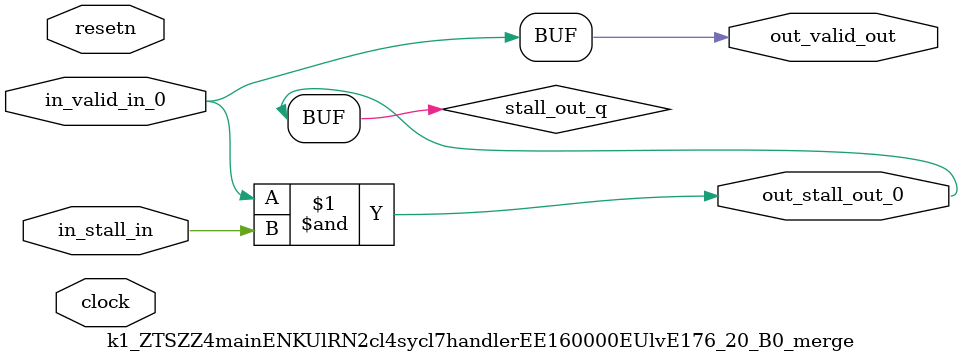
<source format=sv>



(* altera_attribute = "-name AUTO_SHIFT_REGISTER_RECOGNITION OFF; -name MESSAGE_DISABLE 10036; -name MESSAGE_DISABLE 10037; -name MESSAGE_DISABLE 14130; -name MESSAGE_DISABLE 14320; -name MESSAGE_DISABLE 15400; -name MESSAGE_DISABLE 14130; -name MESSAGE_DISABLE 10036; -name MESSAGE_DISABLE 12020; -name MESSAGE_DISABLE 12030; -name MESSAGE_DISABLE 12010; -name MESSAGE_DISABLE 12110; -name MESSAGE_DISABLE 14320; -name MESSAGE_DISABLE 13410; -name MESSAGE_DISABLE 113007; -name MESSAGE_DISABLE 10958" *)
module k1_ZTSZZ4mainENKUlRN2cl4sycl7handlerEE160000EUlvE176_20_B0_merge (
    input wire [0:0] in_stall_in,
    input wire [0:0] in_valid_in_0,
    output wire [0:0] out_stall_out_0,
    output wire [0:0] out_valid_out,
    input wire clock,
    input wire resetn
    );

    wire [0:0] stall_out_q;


    // stall_out(LOGICAL,6)
    assign stall_out_q = in_valid_in_0 & in_stall_in;

    // out_stall_out_0(GPOUT,4)
    assign out_stall_out_0 = stall_out_q;

    // out_valid_out(GPOUT,5)
    assign out_valid_out = in_valid_in_0;

endmodule

</source>
